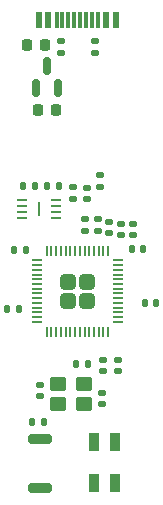
<source format=gbr>
%TF.GenerationSoftware,KiCad,Pcbnew,9.0.6*%
%TF.CreationDate,2025-12-05T22:59:02-07:00*%
%TF.ProjectId,HyperionDevBoard,48797065-7269-46f6-9e44-6576426f6172,rev?*%
%TF.SameCoordinates,Original*%
%TF.FileFunction,Paste,Top*%
%TF.FilePolarity,Positive*%
%FSLAX46Y46*%
G04 Gerber Fmt 4.6, Leading zero omitted, Abs format (unit mm)*
G04 Created by KiCad (PCBNEW 9.0.6) date 2025-12-05 22:59:02*
%MOMM*%
%LPD*%
G01*
G04 APERTURE LIST*
G04 Aperture macros list*
%AMRoundRect*
0 Rectangle with rounded corners*
0 $1 Rounding radius*
0 $2 $3 $4 $5 $6 $7 $8 $9 X,Y pos of 4 corners*
0 Add a 4 corners polygon primitive as box body*
4,1,4,$2,$3,$4,$5,$6,$7,$8,$9,$2,$3,0*
0 Add four circle primitives for the rounded corners*
1,1,$1+$1,$2,$3*
1,1,$1+$1,$4,$5*
1,1,$1+$1,$6,$7*
1,1,$1+$1,$8,$9*
0 Add four rect primitives between the rounded corners*
20,1,$1+$1,$2,$3,$4,$5,0*
20,1,$1+$1,$4,$5,$6,$7,0*
20,1,$1+$1,$6,$7,$8,$9,0*
20,1,$1+$1,$8,$9,$2,$3,0*%
G04 Aperture macros list end*
%ADD10RoundRect,0.140000X0.170000X-0.140000X0.170000X0.140000X-0.170000X0.140000X-0.170000X-0.140000X0*%
%ADD11RoundRect,0.140000X-0.170000X0.140000X-0.170000X-0.140000X0.170000X-0.140000X0.170000X0.140000X0*%
%ADD12RoundRect,0.225000X0.225000X0.250000X-0.225000X0.250000X-0.225000X-0.250000X0.225000X-0.250000X0*%
%ADD13RoundRect,0.140000X-0.140000X-0.170000X0.140000X-0.170000X0.140000X0.170000X-0.140000X0.170000X0*%
%ADD14RoundRect,0.135000X-0.185000X0.135000X-0.185000X-0.135000X0.185000X-0.135000X0.185000X0.135000X0*%
%ADD15RoundRect,0.250000X0.450000X0.350000X-0.450000X0.350000X-0.450000X-0.350000X0.450000X-0.350000X0*%
%ADD16RoundRect,0.135000X0.135000X0.185000X-0.135000X0.185000X-0.135000X-0.185000X0.135000X-0.185000X0*%
%ADD17RoundRect,0.200000X0.800000X-0.200000X0.800000X0.200000X-0.800000X0.200000X-0.800000X-0.200000X0*%
%ADD18RoundRect,0.150000X0.150000X-0.587500X0.150000X0.587500X-0.150000X0.587500X-0.150000X-0.587500X0*%
%ADD19RoundRect,0.140000X0.140000X0.170000X-0.140000X0.170000X-0.140000X-0.170000X0.140000X-0.170000X0*%
%ADD20R,0.850000X1.600000*%
%ADD21RoundRect,0.135000X-0.135000X-0.185000X0.135000X-0.185000X0.135000X0.185000X-0.135000X0.185000X0*%
%ADD22R,0.600000X1.450000*%
%ADD23R,0.300000X1.450000*%
%ADD24RoundRect,0.040000X-0.040000X-0.605000X0.040000X-0.605000X0.040000X0.605000X-0.040000X0.605000X0*%
%ADD25RoundRect,0.062500X-0.387500X-0.062500X0.387500X-0.062500X0.387500X0.062500X-0.387500X0.062500X0*%
%ADD26RoundRect,0.249999X-0.395001X-0.395001X0.395001X-0.395001X0.395001X0.395001X-0.395001X0.395001X0*%
%ADD27RoundRect,0.050000X-0.387500X-0.050000X0.387500X-0.050000X0.387500X0.050000X-0.387500X0.050000X0*%
%ADD28RoundRect,0.050000X-0.050000X-0.387500X0.050000X-0.387500X0.050000X0.387500X-0.050000X0.387500X0*%
G04 APERTURE END LIST*
D10*
%TO.C,C16*%
X113670000Y-105770000D03*
X113670000Y-104810000D03*
%TD*%
D11*
%TO.C,C15*%
X108400000Y-104140000D03*
X108400000Y-105100000D03*
%TD*%
D12*
%TO.C,C14*%
X109775000Y-80900000D03*
X108225000Y-80900000D03*
%TD*%
%TO.C,C13*%
X108890000Y-75340000D03*
X107340000Y-75340000D03*
%TD*%
D11*
%TO.C,C10*%
X115000000Y-102020000D03*
X115000000Y-102980000D03*
%TD*%
D13*
%TO.C,C3*%
X116200000Y-92660000D03*
X117160000Y-92660000D03*
%TD*%
D14*
%TO.C,R3*%
X112260000Y-90080000D03*
X112260000Y-91100000D03*
%TD*%
D10*
%TO.C,C4*%
X115300000Y-91460000D03*
X115300000Y-90500000D03*
%TD*%
D15*
%TO.C,Y1*%
X112145000Y-104090000D03*
X109945000Y-104090000D03*
X109945000Y-105790000D03*
X112145000Y-105790000D03*
%TD*%
D16*
%TO.C,R6*%
X108740000Y-107280000D03*
X107720000Y-107280000D03*
%TD*%
D10*
%TO.C,C11*%
X111200000Y-88380000D03*
X111200000Y-87420000D03*
%TD*%
D17*
%TO.C,SW1*%
X108400000Y-112890000D03*
X108400000Y-108690000D03*
%TD*%
D10*
%TO.C,C9*%
X113500000Y-87360000D03*
X113500000Y-86400000D03*
%TD*%
%TO.C,C1*%
X116300000Y-91480000D03*
X116300000Y-90520000D03*
%TD*%
D18*
%TO.C,U4*%
X108070000Y-79035000D03*
X109970000Y-79035000D03*
X109020000Y-77160000D03*
%TD*%
D10*
%TO.C,C2*%
X112400000Y-88400000D03*
X112400000Y-87440000D03*
%TD*%
D19*
%TO.C,C7*%
X106610000Y-97710000D03*
X105650000Y-97710000D03*
%TD*%
%TO.C,C6*%
X107220000Y-92700000D03*
X106260000Y-92700000D03*
%TD*%
D13*
%TO.C,C5*%
X117280000Y-97180000D03*
X118240000Y-97180000D03*
%TD*%
D11*
%TO.C,C8*%
X113800000Y-102000000D03*
X113800000Y-102960000D03*
%TD*%
D10*
%TO.C,C12*%
X114300000Y-91290000D03*
X114300000Y-90330000D03*
%TD*%
D20*
%TO.C,D1*%
X113025000Y-112450000D03*
X114775000Y-112450000D03*
X114775000Y-108950000D03*
X113025000Y-108950000D03*
%TD*%
D21*
%TO.C,R5*%
X111450000Y-102390000D03*
X112470000Y-102390000D03*
%TD*%
D22*
%TO.C,J1*%
X114830000Y-73245000D03*
X114030000Y-73245000D03*
D23*
X112830000Y-73245000D03*
X111830000Y-73245000D03*
X111330000Y-73245000D03*
X110330000Y-73245000D03*
D22*
X109130000Y-73245000D03*
X108330000Y-73245000D03*
X108330000Y-73245000D03*
X109130000Y-73245000D03*
D23*
X109830000Y-73245000D03*
X110830000Y-73245000D03*
X112330000Y-73245000D03*
X113330000Y-73245000D03*
D22*
X114030000Y-73245000D03*
X114830000Y-73245000D03*
%TD*%
D19*
%TO.C,C17*%
X110000000Y-87300000D03*
X109040000Y-87300000D03*
%TD*%
D14*
%TO.C,R1*%
X113060000Y-75060000D03*
X113060000Y-76080000D03*
%TD*%
%TO.C,R4*%
X113350000Y-90075000D03*
X113350000Y-91095000D03*
%TD*%
D24*
%TO.C,U3*%
X108367102Y-89250000D03*
D25*
X106942102Y-88500000D03*
X106942102Y-89000000D03*
X106942102Y-89500000D03*
X106942102Y-90000000D03*
X109792102Y-90000000D03*
X109792102Y-89500000D03*
X109792102Y-89000000D03*
X109792102Y-88500000D03*
%TD*%
D14*
%TO.C,R2*%
X110190000Y-75050000D03*
X110190000Y-76070000D03*
%TD*%
D21*
%TO.C,R7*%
X106970000Y-87310000D03*
X107990000Y-87310000D03*
%TD*%
D26*
%TO.C,U1*%
X110800000Y-95400000D03*
X110800000Y-97000000D03*
X112400000Y-95400000D03*
X112400000Y-97000000D03*
D27*
X108162500Y-93600000D03*
X108162500Y-94000000D03*
X108162500Y-94400000D03*
X108162500Y-94800000D03*
X108162500Y-95200000D03*
X108162500Y-95600000D03*
X108162500Y-96000000D03*
X108162500Y-96400000D03*
X108162500Y-96800000D03*
X108162500Y-97200000D03*
X108162500Y-97600000D03*
X108162500Y-98000000D03*
X108162500Y-98400000D03*
X108162500Y-98800000D03*
D28*
X109000000Y-99637500D03*
X109400000Y-99637500D03*
X109800000Y-99637500D03*
X110200000Y-99637500D03*
X110600000Y-99637500D03*
X111000000Y-99637500D03*
X111400000Y-99637500D03*
X111800000Y-99637500D03*
X112200000Y-99637500D03*
X112600000Y-99637500D03*
X113000000Y-99637500D03*
X113400000Y-99637500D03*
X113800000Y-99637500D03*
X114200000Y-99637500D03*
D27*
X115037500Y-98800000D03*
X115037500Y-98400000D03*
X115037500Y-98000000D03*
X115037500Y-97600000D03*
X115037500Y-97200000D03*
X115037500Y-96800000D03*
X115037500Y-96400000D03*
X115037500Y-96000000D03*
X115037500Y-95600000D03*
X115037500Y-95200000D03*
X115037500Y-94800000D03*
X115037500Y-94400000D03*
X115037500Y-94000000D03*
X115037500Y-93600000D03*
D28*
X114200000Y-92762500D03*
X113800000Y-92762500D03*
X113400000Y-92762500D03*
X113000000Y-92762500D03*
X112600000Y-92762500D03*
X112200000Y-92762500D03*
X111800000Y-92762500D03*
X111400000Y-92762500D03*
X111000000Y-92762500D03*
X110600000Y-92762500D03*
X110200000Y-92762500D03*
X109800000Y-92762500D03*
X109400000Y-92762500D03*
X109000000Y-92762500D03*
%TD*%
M02*

</source>
